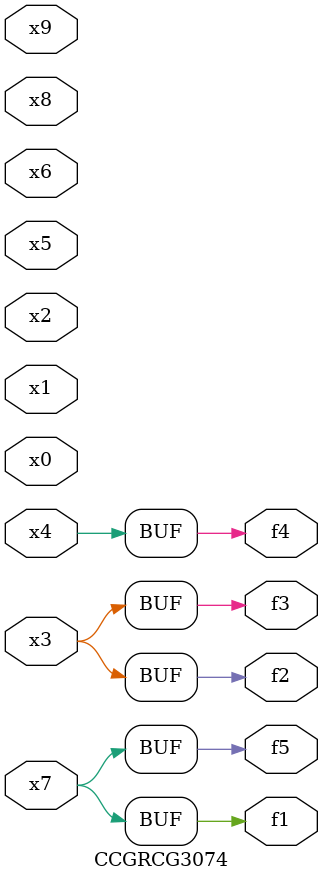
<source format=v>
module CCGRCG3074(
	input x0, x1, x2, x3, x4, x5, x6, x7, x8, x9,
	output f1, f2, f3, f4, f5
);
	assign f1 = x7;
	assign f2 = x3;
	assign f3 = x3;
	assign f4 = x4;
	assign f5 = x7;
endmodule

</source>
